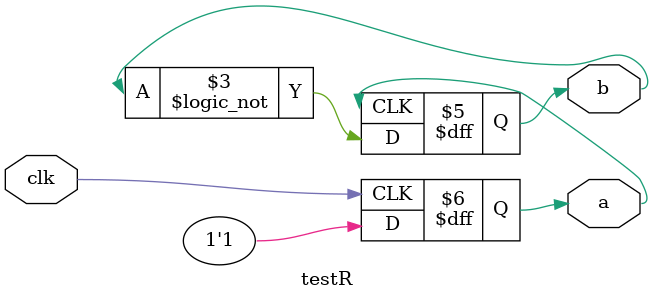
<source format=sv>


module testR(input clk, output reg a, b);
always @(posedge clk) begin
a <= 0;
a <= 1;
end

initial b = 0;
always @(posedge a) begin
b <= !b;
end
endmodule
</source>
